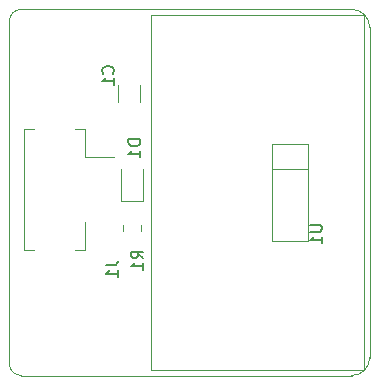
<source format=gbr>
G04 #@! TF.GenerationSoftware,KiCad,Pcbnew,5.1.10*
G04 #@! TF.CreationDate,2021-09-16T01:02:32+02:00*
G04 #@! TF.ProjectId,pressureSensorHolder,70726573-7375-4726-9553-656e736f7248,rev?*
G04 #@! TF.SameCoordinates,Original*
G04 #@! TF.FileFunction,Legend,Bot*
G04 #@! TF.FilePolarity,Positive*
%FSLAX46Y46*%
G04 Gerber Fmt 4.6, Leading zero omitted, Abs format (unit mm)*
G04 Created by KiCad (PCBNEW 5.1.10) date 2021-09-16 01:02:32*
%MOMM*%
%LPD*%
G01*
G04 APERTURE LIST*
G04 #@! TA.AperFunction,Profile*
%ADD10C,0.050000*%
G04 #@! TD*
%ADD11C,0.120000*%
%ADD12C,0.150000*%
G04 APERTURE END LIST*
D10*
X128942200Y-99157400D02*
G75*
G02*
X127942200Y-98157400I0J1000000D01*
G01*
X127942200Y-69157400D02*
G75*
G02*
X128942200Y-68157400I1000000J0D01*
G01*
X158442200Y-97657400D02*
G75*
G02*
X156942200Y-99157400I-1500000J0D01*
G01*
X156942200Y-68157400D02*
G75*
G02*
X158442200Y-69657400I0J-1500000D01*
G01*
X158442200Y-97657400D02*
X158442200Y-69657400D01*
X128942200Y-99157400D02*
X156942200Y-99157400D01*
X127942200Y-69157400D02*
X127942200Y-98157400D01*
X156942200Y-68157400D02*
X128942200Y-68157400D01*
D11*
X133524200Y-78324400D02*
X134374200Y-78324400D01*
X134374200Y-78324400D02*
X134374200Y-80649400D01*
X134374200Y-80649400D02*
X136764200Y-80649400D01*
X133524200Y-88494400D02*
X134374200Y-88494400D01*
X134374200Y-88494400D02*
X134374200Y-86169400D01*
X130004200Y-78324400D02*
X129154200Y-78324400D01*
X129154200Y-78324400D02*
X129154200Y-88494400D01*
X129154200Y-88494400D02*
X130004200Y-88494400D01*
X137592200Y-86430336D02*
X137592200Y-86884464D01*
X139062200Y-86430336D02*
X139062200Y-86884464D01*
X139287200Y-81657400D02*
X139287200Y-84342400D01*
X139287200Y-84342400D02*
X137367200Y-84342400D01*
X137367200Y-84342400D02*
X137367200Y-81657400D01*
X150192200Y-79557400D02*
X150192200Y-87757400D01*
X150192200Y-87757400D02*
X153192200Y-87757400D01*
X153192200Y-87757400D02*
X153192200Y-79557400D01*
X153192200Y-79557400D02*
X150192200Y-79557400D01*
X150192200Y-81657400D02*
X153192200Y-81657400D01*
X139942200Y-98657400D02*
X157942200Y-98657400D01*
X157942200Y-98657400D02*
X157942200Y-68657400D01*
X157942200Y-68657400D02*
X139942200Y-68657400D01*
X139942200Y-68657400D02*
X139942200Y-98657400D01*
X137176200Y-75992652D02*
X137176200Y-74570148D01*
X138996200Y-75992652D02*
X138996200Y-74570148D01*
D12*
X136141580Y-89807066D02*
X136855866Y-89807066D01*
X136998723Y-89759447D01*
X137093961Y-89664209D01*
X137141580Y-89521352D01*
X137141580Y-89426114D01*
X137141580Y-90807066D02*
X137141580Y-90235638D01*
X137141580Y-90521352D02*
X136141580Y-90521352D01*
X136284438Y-90426114D01*
X136379676Y-90330876D01*
X136427295Y-90235638D01*
X139279580Y-89240733D02*
X138803390Y-88907400D01*
X139279580Y-88669304D02*
X138279580Y-88669304D01*
X138279580Y-89050257D01*
X138327200Y-89145495D01*
X138374819Y-89193114D01*
X138470057Y-89240733D01*
X138612914Y-89240733D01*
X138708152Y-89193114D01*
X138755771Y-89145495D01*
X138803390Y-89050257D01*
X138803390Y-88669304D01*
X139279580Y-90193114D02*
X139279580Y-89621685D01*
X139279580Y-89907400D02*
X138279580Y-89907400D01*
X138422438Y-89812161D01*
X138517676Y-89716923D01*
X138565295Y-89621685D01*
X139029580Y-79169304D02*
X138029580Y-79169304D01*
X138029580Y-79407400D01*
X138077200Y-79550257D01*
X138172438Y-79645495D01*
X138267676Y-79693114D01*
X138458152Y-79740733D01*
X138601009Y-79740733D01*
X138791485Y-79693114D01*
X138886723Y-79645495D01*
X138981961Y-79550257D01*
X139029580Y-79407400D01*
X139029580Y-79169304D01*
X139029580Y-80693114D02*
X139029580Y-80121685D01*
X139029580Y-80407400D02*
X138029580Y-80407400D01*
X138172438Y-80312161D01*
X138267676Y-80216923D01*
X138315295Y-80121685D01*
X153394580Y-86395495D02*
X154204104Y-86395495D01*
X154299342Y-86443114D01*
X154346961Y-86490733D01*
X154394580Y-86585971D01*
X154394580Y-86776447D01*
X154346961Y-86871685D01*
X154299342Y-86919304D01*
X154204104Y-86966923D01*
X153394580Y-86966923D01*
X154394580Y-87966923D02*
X154394580Y-87395495D01*
X154394580Y-87681209D02*
X153394580Y-87681209D01*
X153537438Y-87585971D01*
X153632676Y-87490733D01*
X153680295Y-87395495D01*
X136693342Y-73589733D02*
X136740961Y-73542114D01*
X136788580Y-73399257D01*
X136788580Y-73304019D01*
X136740961Y-73161161D01*
X136645723Y-73065923D01*
X136550485Y-73018304D01*
X136360009Y-72970685D01*
X136217152Y-72970685D01*
X136026676Y-73018304D01*
X135931438Y-73065923D01*
X135836200Y-73161161D01*
X135788580Y-73304019D01*
X135788580Y-73399257D01*
X135836200Y-73542114D01*
X135883819Y-73589733D01*
X136788580Y-74542114D02*
X136788580Y-73970685D01*
X136788580Y-74256400D02*
X135788580Y-74256400D01*
X135931438Y-74161161D01*
X136026676Y-74065923D01*
X136074295Y-73970685D01*
M02*

</source>
